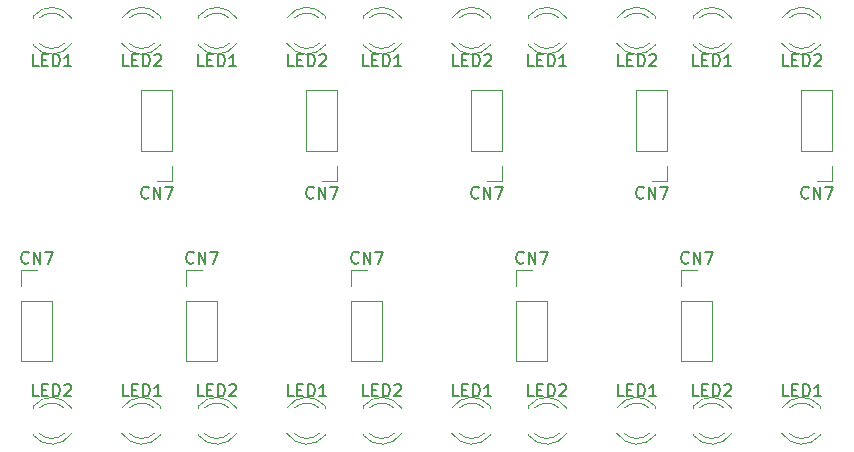
<source format=gbr>
%TF.GenerationSoftware,KiCad,Pcbnew,(5.1.10)-1*%
%TF.CreationDate,2022-10-12T21:43:39-04:00*%
%TF.ProjectId,1581-improved-ledpcb,31353831-2d69-46d7-9072-6f7665642d6c,2*%
%TF.SameCoordinates,Original*%
%TF.FileFunction,Legend,Top*%
%TF.FilePolarity,Positive*%
%FSLAX46Y46*%
G04 Gerber Fmt 4.6, Leading zero omitted, Abs format (unit mm)*
G04 Created by KiCad (PCBNEW (5.1.10)-1) date 2022-10-12 21:43:39*
%MOMM*%
%LPD*%
G01*
G04 APERTURE LIST*
%ADD10C,0.120000*%
%ADD11C,0.150000*%
G04 APERTURE END LIST*
D10*
%TO.C,LED2*%
X176240000Y-109254000D02*
X176240000Y-109410000D01*
X176240000Y-111570000D02*
X176240000Y-111726000D01*
X179472335Y-109411392D02*
G75*
G03*
X176240000Y-109254484I-1672335J-1078608D01*
G01*
X179472335Y-111568608D02*
G75*
G02*
X176240000Y-111725516I-1672335J1078608D01*
G01*
X178841130Y-109410163D02*
G75*
G03*
X176759039Y-109410000I-1041130J-1079837D01*
G01*
X178841130Y-111569837D02*
G75*
G02*
X176759039Y-111570000I-1041130J1079837D01*
G01*
%TO.C,LED1*%
X186980000Y-109410000D02*
X186980000Y-109254000D01*
X186980000Y-111726000D02*
X186980000Y-111570000D01*
X184378870Y-109410163D02*
G75*
G02*
X186460961Y-109410000I1041130J-1079837D01*
G01*
X184378870Y-111569837D02*
G75*
G03*
X186460961Y-111570000I1041130J1079837D01*
G01*
X183747665Y-109411392D02*
G75*
G02*
X186980000Y-109254484I1672335J-1078608D01*
G01*
X183747665Y-111568608D02*
G75*
G03*
X186980000Y-111725516I1672335J1078608D01*
G01*
%TO.C,CN7*%
X175200000Y-97730000D02*
X176530000Y-97730000D01*
X175200000Y-99060000D02*
X175200000Y-97730000D01*
X175200000Y-100330000D02*
X177860000Y-100330000D01*
X177860000Y-100330000D02*
X177860000Y-105470000D01*
X175200000Y-100330000D02*
X175200000Y-105470000D01*
X175200000Y-105470000D02*
X177860000Y-105470000D01*
%TO.C,LED2*%
X162270000Y-109254000D02*
X162270000Y-109410000D01*
X162270000Y-111570000D02*
X162270000Y-111726000D01*
X165502335Y-109411392D02*
G75*
G03*
X162270000Y-109254484I-1672335J-1078608D01*
G01*
X165502335Y-111568608D02*
G75*
G02*
X162270000Y-111725516I-1672335J1078608D01*
G01*
X164871130Y-109410163D02*
G75*
G03*
X162789039Y-109410000I-1041130J-1079837D01*
G01*
X164871130Y-111569837D02*
G75*
G02*
X162789039Y-111570000I-1041130J1079837D01*
G01*
%TO.C,LED1*%
X173010000Y-109410000D02*
X173010000Y-109254000D01*
X173010000Y-111726000D02*
X173010000Y-111570000D01*
X170408870Y-109410163D02*
G75*
G02*
X172490961Y-109410000I1041130J-1079837D01*
G01*
X170408870Y-111569837D02*
G75*
G03*
X172490961Y-111570000I1041130J1079837D01*
G01*
X169777665Y-109411392D02*
G75*
G02*
X173010000Y-109254484I1672335J-1078608D01*
G01*
X169777665Y-111568608D02*
G75*
G03*
X173010000Y-111725516I1672335J1078608D01*
G01*
%TO.C,CN7*%
X161230000Y-97730000D02*
X162560000Y-97730000D01*
X161230000Y-99060000D02*
X161230000Y-97730000D01*
X161230000Y-100330000D02*
X163890000Y-100330000D01*
X163890000Y-100330000D02*
X163890000Y-105470000D01*
X161230000Y-100330000D02*
X161230000Y-105470000D01*
X161230000Y-105470000D02*
X163890000Y-105470000D01*
%TO.C,LED2*%
X148300000Y-109254000D02*
X148300000Y-109410000D01*
X148300000Y-111570000D02*
X148300000Y-111726000D01*
X151532335Y-109411392D02*
G75*
G03*
X148300000Y-109254484I-1672335J-1078608D01*
G01*
X151532335Y-111568608D02*
G75*
G02*
X148300000Y-111725516I-1672335J1078608D01*
G01*
X150901130Y-109410163D02*
G75*
G03*
X148819039Y-109410000I-1041130J-1079837D01*
G01*
X150901130Y-111569837D02*
G75*
G02*
X148819039Y-111570000I-1041130J1079837D01*
G01*
%TO.C,LED1*%
X159040000Y-109410000D02*
X159040000Y-109254000D01*
X159040000Y-111726000D02*
X159040000Y-111570000D01*
X156438870Y-109410163D02*
G75*
G02*
X158520961Y-109410000I1041130J-1079837D01*
G01*
X156438870Y-111569837D02*
G75*
G03*
X158520961Y-111570000I1041130J1079837D01*
G01*
X155807665Y-109411392D02*
G75*
G02*
X159040000Y-109254484I1672335J-1078608D01*
G01*
X155807665Y-111568608D02*
G75*
G03*
X159040000Y-111725516I1672335J1078608D01*
G01*
%TO.C,CN7*%
X147260000Y-97730000D02*
X148590000Y-97730000D01*
X147260000Y-99060000D02*
X147260000Y-97730000D01*
X147260000Y-100330000D02*
X149920000Y-100330000D01*
X149920000Y-100330000D02*
X149920000Y-105470000D01*
X147260000Y-100330000D02*
X147260000Y-105470000D01*
X147260000Y-105470000D02*
X149920000Y-105470000D01*
%TO.C,LED2*%
X134330000Y-109254000D02*
X134330000Y-109410000D01*
X134330000Y-111570000D02*
X134330000Y-111726000D01*
X137562335Y-109411392D02*
G75*
G03*
X134330000Y-109254484I-1672335J-1078608D01*
G01*
X137562335Y-111568608D02*
G75*
G02*
X134330000Y-111725516I-1672335J1078608D01*
G01*
X136931130Y-109410163D02*
G75*
G03*
X134849039Y-109410000I-1041130J-1079837D01*
G01*
X136931130Y-111569837D02*
G75*
G02*
X134849039Y-111570000I-1041130J1079837D01*
G01*
%TO.C,LED1*%
X145070000Y-109410000D02*
X145070000Y-109254000D01*
X145070000Y-111726000D02*
X145070000Y-111570000D01*
X142468870Y-109410163D02*
G75*
G02*
X144550961Y-109410000I1041130J-1079837D01*
G01*
X142468870Y-111569837D02*
G75*
G03*
X144550961Y-111570000I1041130J1079837D01*
G01*
X141837665Y-109411392D02*
G75*
G02*
X145070000Y-109254484I1672335J-1078608D01*
G01*
X141837665Y-111568608D02*
G75*
G03*
X145070000Y-111725516I1672335J1078608D01*
G01*
%TO.C,CN7*%
X133290000Y-97730000D02*
X134620000Y-97730000D01*
X133290000Y-99060000D02*
X133290000Y-97730000D01*
X133290000Y-100330000D02*
X135950000Y-100330000D01*
X135950000Y-100330000D02*
X135950000Y-105470000D01*
X133290000Y-100330000D02*
X133290000Y-105470000D01*
X133290000Y-105470000D02*
X135950000Y-105470000D01*
%TO.C,LED2*%
X120360000Y-109254000D02*
X120360000Y-109410000D01*
X120360000Y-111570000D02*
X120360000Y-111726000D01*
X123592335Y-109411392D02*
G75*
G03*
X120360000Y-109254484I-1672335J-1078608D01*
G01*
X123592335Y-111568608D02*
G75*
G02*
X120360000Y-111725516I-1672335J1078608D01*
G01*
X122961130Y-109410163D02*
G75*
G03*
X120879039Y-109410000I-1041130J-1079837D01*
G01*
X122961130Y-111569837D02*
G75*
G02*
X120879039Y-111570000I-1041130J1079837D01*
G01*
%TO.C,LED1*%
X131100000Y-109410000D02*
X131100000Y-109254000D01*
X131100000Y-111726000D02*
X131100000Y-111570000D01*
X128498870Y-109410163D02*
G75*
G02*
X130580961Y-109410000I1041130J-1079837D01*
G01*
X128498870Y-111569837D02*
G75*
G03*
X130580961Y-111570000I1041130J1079837D01*
G01*
X127867665Y-109411392D02*
G75*
G02*
X131100000Y-109254484I1672335J-1078608D01*
G01*
X127867665Y-111568608D02*
G75*
G03*
X131100000Y-111725516I1672335J1078608D01*
G01*
%TO.C,CN7*%
X119320000Y-97730000D02*
X120650000Y-97730000D01*
X119320000Y-99060000D02*
X119320000Y-97730000D01*
X119320000Y-100330000D02*
X121980000Y-100330000D01*
X121980000Y-100330000D02*
X121980000Y-105470000D01*
X119320000Y-100330000D02*
X119320000Y-105470000D01*
X119320000Y-105470000D02*
X121980000Y-105470000D01*
%TO.C,LED2*%
X186980000Y-78706000D02*
X186980000Y-78550000D01*
X186980000Y-76390000D02*
X186980000Y-76234000D01*
X183747665Y-78548608D02*
G75*
G03*
X186980000Y-78705516I1672335J1078608D01*
G01*
X183747665Y-76391392D02*
G75*
G02*
X186980000Y-76234484I1672335J-1078608D01*
G01*
X184378870Y-78549837D02*
G75*
G03*
X186460961Y-78550000I1041130J1079837D01*
G01*
X184378870Y-76390163D02*
G75*
G02*
X186460961Y-76390000I1041130J-1079837D01*
G01*
%TO.C,LED1*%
X176240000Y-78550000D02*
X176240000Y-78706000D01*
X176240000Y-76234000D02*
X176240000Y-76390000D01*
X178841130Y-78549837D02*
G75*
G02*
X176759039Y-78550000I-1041130J1079837D01*
G01*
X178841130Y-76390163D02*
G75*
G03*
X176759039Y-76390000I-1041130J-1079837D01*
G01*
X179472335Y-78548608D02*
G75*
G02*
X176240000Y-78705516I-1672335J1078608D01*
G01*
X179472335Y-76391392D02*
G75*
G03*
X176240000Y-76234484I-1672335J-1078608D01*
G01*
%TO.C,CN7*%
X188020000Y-90230000D02*
X186690000Y-90230000D01*
X188020000Y-88900000D02*
X188020000Y-90230000D01*
X188020000Y-87630000D02*
X185360000Y-87630000D01*
X185360000Y-87630000D02*
X185360000Y-82490000D01*
X188020000Y-87630000D02*
X188020000Y-82490000D01*
X188020000Y-82490000D02*
X185360000Y-82490000D01*
%TO.C,LED2*%
X173010000Y-78706000D02*
X173010000Y-78550000D01*
X173010000Y-76390000D02*
X173010000Y-76234000D01*
X169777665Y-78548608D02*
G75*
G03*
X173010000Y-78705516I1672335J1078608D01*
G01*
X169777665Y-76391392D02*
G75*
G02*
X173010000Y-76234484I1672335J-1078608D01*
G01*
X170408870Y-78549837D02*
G75*
G03*
X172490961Y-78550000I1041130J1079837D01*
G01*
X170408870Y-76390163D02*
G75*
G02*
X172490961Y-76390000I1041130J-1079837D01*
G01*
%TO.C,LED1*%
X162270000Y-78550000D02*
X162270000Y-78706000D01*
X162270000Y-76234000D02*
X162270000Y-76390000D01*
X164871130Y-78549837D02*
G75*
G02*
X162789039Y-78550000I-1041130J1079837D01*
G01*
X164871130Y-76390163D02*
G75*
G03*
X162789039Y-76390000I-1041130J-1079837D01*
G01*
X165502335Y-78548608D02*
G75*
G02*
X162270000Y-78705516I-1672335J1078608D01*
G01*
X165502335Y-76391392D02*
G75*
G03*
X162270000Y-76234484I-1672335J-1078608D01*
G01*
%TO.C,CN7*%
X174050000Y-90230000D02*
X172720000Y-90230000D01*
X174050000Y-88900000D02*
X174050000Y-90230000D01*
X174050000Y-87630000D02*
X171390000Y-87630000D01*
X171390000Y-87630000D02*
X171390000Y-82490000D01*
X174050000Y-87630000D02*
X174050000Y-82490000D01*
X174050000Y-82490000D02*
X171390000Y-82490000D01*
%TO.C,LED2*%
X159040000Y-78706000D02*
X159040000Y-78550000D01*
X159040000Y-76390000D02*
X159040000Y-76234000D01*
X155807665Y-78548608D02*
G75*
G03*
X159040000Y-78705516I1672335J1078608D01*
G01*
X155807665Y-76391392D02*
G75*
G02*
X159040000Y-76234484I1672335J-1078608D01*
G01*
X156438870Y-78549837D02*
G75*
G03*
X158520961Y-78550000I1041130J1079837D01*
G01*
X156438870Y-76390163D02*
G75*
G02*
X158520961Y-76390000I1041130J-1079837D01*
G01*
%TO.C,LED1*%
X148300000Y-78550000D02*
X148300000Y-78706000D01*
X148300000Y-76234000D02*
X148300000Y-76390000D01*
X150901130Y-78549837D02*
G75*
G02*
X148819039Y-78550000I-1041130J1079837D01*
G01*
X150901130Y-76390163D02*
G75*
G03*
X148819039Y-76390000I-1041130J-1079837D01*
G01*
X151532335Y-78548608D02*
G75*
G02*
X148300000Y-78705516I-1672335J1078608D01*
G01*
X151532335Y-76391392D02*
G75*
G03*
X148300000Y-76234484I-1672335J-1078608D01*
G01*
%TO.C,CN7*%
X160080000Y-90230000D02*
X158750000Y-90230000D01*
X160080000Y-88900000D02*
X160080000Y-90230000D01*
X160080000Y-87630000D02*
X157420000Y-87630000D01*
X157420000Y-87630000D02*
X157420000Y-82490000D01*
X160080000Y-87630000D02*
X160080000Y-82490000D01*
X160080000Y-82490000D02*
X157420000Y-82490000D01*
%TO.C,LED2*%
X145070000Y-78706000D02*
X145070000Y-78550000D01*
X145070000Y-76390000D02*
X145070000Y-76234000D01*
X141837665Y-78548608D02*
G75*
G03*
X145070000Y-78705516I1672335J1078608D01*
G01*
X141837665Y-76391392D02*
G75*
G02*
X145070000Y-76234484I1672335J-1078608D01*
G01*
X142468870Y-78549837D02*
G75*
G03*
X144550961Y-78550000I1041130J1079837D01*
G01*
X142468870Y-76390163D02*
G75*
G02*
X144550961Y-76390000I1041130J-1079837D01*
G01*
%TO.C,LED1*%
X134330000Y-78550000D02*
X134330000Y-78706000D01*
X134330000Y-76234000D02*
X134330000Y-76390000D01*
X136931130Y-78549837D02*
G75*
G02*
X134849039Y-78550000I-1041130J1079837D01*
G01*
X136931130Y-76390163D02*
G75*
G03*
X134849039Y-76390000I-1041130J-1079837D01*
G01*
X137562335Y-78548608D02*
G75*
G02*
X134330000Y-78705516I-1672335J1078608D01*
G01*
X137562335Y-76391392D02*
G75*
G03*
X134330000Y-76234484I-1672335J-1078608D01*
G01*
%TO.C,CN7*%
X146110000Y-90230000D02*
X144780000Y-90230000D01*
X146110000Y-88900000D02*
X146110000Y-90230000D01*
X146110000Y-87630000D02*
X143450000Y-87630000D01*
X143450000Y-87630000D02*
X143450000Y-82490000D01*
X146110000Y-87630000D02*
X146110000Y-82490000D01*
X146110000Y-82490000D02*
X143450000Y-82490000D01*
X132140000Y-90230000D02*
X130810000Y-90230000D01*
X132140000Y-88900000D02*
X132140000Y-90230000D01*
X132140000Y-87630000D02*
X129480000Y-87630000D01*
X129480000Y-87630000D02*
X129480000Y-82490000D01*
X132140000Y-87630000D02*
X132140000Y-82490000D01*
X132140000Y-82490000D02*
X129480000Y-82490000D01*
%TO.C,LED1*%
X120360000Y-78550000D02*
X120360000Y-78706000D01*
X120360000Y-76234000D02*
X120360000Y-76390000D01*
X123592335Y-76391392D02*
G75*
G03*
X120360000Y-76234484I-1672335J-1078608D01*
G01*
X123592335Y-78548608D02*
G75*
G02*
X120360000Y-78705516I-1672335J1078608D01*
G01*
X122961130Y-76390163D02*
G75*
G03*
X120879039Y-76390000I-1041130J-1079837D01*
G01*
X122961130Y-78549837D02*
G75*
G02*
X120879039Y-78550000I-1041130J1079837D01*
G01*
%TO.C,LED2*%
X131100000Y-78706000D02*
X131100000Y-78550000D01*
X131100000Y-76390000D02*
X131100000Y-76234000D01*
X128498870Y-76390163D02*
G75*
G02*
X130580961Y-76390000I1041130J-1079837D01*
G01*
X128498870Y-78549837D02*
G75*
G03*
X130580961Y-78550000I1041130J1079837D01*
G01*
X127867665Y-76391392D02*
G75*
G02*
X131100000Y-76234484I1672335J-1078608D01*
G01*
X127867665Y-78548608D02*
G75*
G03*
X131100000Y-78705516I1672335J1078608D01*
G01*
D11*
X176680952Y-108402380D02*
X176204761Y-108402380D01*
X176204761Y-107402380D01*
X177014285Y-107878571D02*
X177347619Y-107878571D01*
X177490476Y-108402380D02*
X177014285Y-108402380D01*
X177014285Y-107402380D01*
X177490476Y-107402380D01*
X177919047Y-108402380D02*
X177919047Y-107402380D01*
X178157142Y-107402380D01*
X178300000Y-107450000D01*
X178395238Y-107545238D01*
X178442857Y-107640476D01*
X178490476Y-107830952D01*
X178490476Y-107973809D01*
X178442857Y-108164285D01*
X178395238Y-108259523D01*
X178300000Y-108354761D01*
X178157142Y-108402380D01*
X177919047Y-108402380D01*
X178871428Y-107497619D02*
X178919047Y-107450000D01*
X179014285Y-107402380D01*
X179252380Y-107402380D01*
X179347619Y-107450000D01*
X179395238Y-107497619D01*
X179442857Y-107592857D01*
X179442857Y-107688095D01*
X179395238Y-107830952D01*
X178823809Y-108402380D01*
X179442857Y-108402380D01*
%TO.C,LED1*%
X184300952Y-108402380D02*
X183824761Y-108402380D01*
X183824761Y-107402380D01*
X184634285Y-107878571D02*
X184967619Y-107878571D01*
X185110476Y-108402380D02*
X184634285Y-108402380D01*
X184634285Y-107402380D01*
X185110476Y-107402380D01*
X185539047Y-108402380D02*
X185539047Y-107402380D01*
X185777142Y-107402380D01*
X185920000Y-107450000D01*
X186015238Y-107545238D01*
X186062857Y-107640476D01*
X186110476Y-107830952D01*
X186110476Y-107973809D01*
X186062857Y-108164285D01*
X186015238Y-108259523D01*
X185920000Y-108354761D01*
X185777142Y-108402380D01*
X185539047Y-108402380D01*
X187062857Y-108402380D02*
X186491428Y-108402380D01*
X186777142Y-108402380D02*
X186777142Y-107402380D01*
X186681904Y-107545238D01*
X186586666Y-107640476D01*
X186491428Y-107688095D01*
%TO.C,CN7*%
X175839523Y-97087142D02*
X175791904Y-97134761D01*
X175649047Y-97182380D01*
X175553809Y-97182380D01*
X175410952Y-97134761D01*
X175315714Y-97039523D01*
X175268095Y-96944285D01*
X175220476Y-96753809D01*
X175220476Y-96610952D01*
X175268095Y-96420476D01*
X175315714Y-96325238D01*
X175410952Y-96230000D01*
X175553809Y-96182380D01*
X175649047Y-96182380D01*
X175791904Y-96230000D01*
X175839523Y-96277619D01*
X176268095Y-97182380D02*
X176268095Y-96182380D01*
X176839523Y-97182380D01*
X176839523Y-96182380D01*
X177220476Y-96182380D02*
X177887142Y-96182380D01*
X177458571Y-97182380D01*
%TO.C,LED2*%
X162710952Y-108402380D02*
X162234761Y-108402380D01*
X162234761Y-107402380D01*
X163044285Y-107878571D02*
X163377619Y-107878571D01*
X163520476Y-108402380D02*
X163044285Y-108402380D01*
X163044285Y-107402380D01*
X163520476Y-107402380D01*
X163949047Y-108402380D02*
X163949047Y-107402380D01*
X164187142Y-107402380D01*
X164330000Y-107450000D01*
X164425238Y-107545238D01*
X164472857Y-107640476D01*
X164520476Y-107830952D01*
X164520476Y-107973809D01*
X164472857Y-108164285D01*
X164425238Y-108259523D01*
X164330000Y-108354761D01*
X164187142Y-108402380D01*
X163949047Y-108402380D01*
X164901428Y-107497619D02*
X164949047Y-107450000D01*
X165044285Y-107402380D01*
X165282380Y-107402380D01*
X165377619Y-107450000D01*
X165425238Y-107497619D01*
X165472857Y-107592857D01*
X165472857Y-107688095D01*
X165425238Y-107830952D01*
X164853809Y-108402380D01*
X165472857Y-108402380D01*
%TO.C,LED1*%
X170330952Y-108402380D02*
X169854761Y-108402380D01*
X169854761Y-107402380D01*
X170664285Y-107878571D02*
X170997619Y-107878571D01*
X171140476Y-108402380D02*
X170664285Y-108402380D01*
X170664285Y-107402380D01*
X171140476Y-107402380D01*
X171569047Y-108402380D02*
X171569047Y-107402380D01*
X171807142Y-107402380D01*
X171950000Y-107450000D01*
X172045238Y-107545238D01*
X172092857Y-107640476D01*
X172140476Y-107830952D01*
X172140476Y-107973809D01*
X172092857Y-108164285D01*
X172045238Y-108259523D01*
X171950000Y-108354761D01*
X171807142Y-108402380D01*
X171569047Y-108402380D01*
X173092857Y-108402380D02*
X172521428Y-108402380D01*
X172807142Y-108402380D02*
X172807142Y-107402380D01*
X172711904Y-107545238D01*
X172616666Y-107640476D01*
X172521428Y-107688095D01*
%TO.C,CN7*%
X161869523Y-97087142D02*
X161821904Y-97134761D01*
X161679047Y-97182380D01*
X161583809Y-97182380D01*
X161440952Y-97134761D01*
X161345714Y-97039523D01*
X161298095Y-96944285D01*
X161250476Y-96753809D01*
X161250476Y-96610952D01*
X161298095Y-96420476D01*
X161345714Y-96325238D01*
X161440952Y-96230000D01*
X161583809Y-96182380D01*
X161679047Y-96182380D01*
X161821904Y-96230000D01*
X161869523Y-96277619D01*
X162298095Y-97182380D02*
X162298095Y-96182380D01*
X162869523Y-97182380D01*
X162869523Y-96182380D01*
X163250476Y-96182380D02*
X163917142Y-96182380D01*
X163488571Y-97182380D01*
%TO.C,LED2*%
X148740952Y-108402380D02*
X148264761Y-108402380D01*
X148264761Y-107402380D01*
X149074285Y-107878571D02*
X149407619Y-107878571D01*
X149550476Y-108402380D02*
X149074285Y-108402380D01*
X149074285Y-107402380D01*
X149550476Y-107402380D01*
X149979047Y-108402380D02*
X149979047Y-107402380D01*
X150217142Y-107402380D01*
X150360000Y-107450000D01*
X150455238Y-107545238D01*
X150502857Y-107640476D01*
X150550476Y-107830952D01*
X150550476Y-107973809D01*
X150502857Y-108164285D01*
X150455238Y-108259523D01*
X150360000Y-108354761D01*
X150217142Y-108402380D01*
X149979047Y-108402380D01*
X150931428Y-107497619D02*
X150979047Y-107450000D01*
X151074285Y-107402380D01*
X151312380Y-107402380D01*
X151407619Y-107450000D01*
X151455238Y-107497619D01*
X151502857Y-107592857D01*
X151502857Y-107688095D01*
X151455238Y-107830952D01*
X150883809Y-108402380D01*
X151502857Y-108402380D01*
%TO.C,LED1*%
X156360952Y-108402380D02*
X155884761Y-108402380D01*
X155884761Y-107402380D01*
X156694285Y-107878571D02*
X157027619Y-107878571D01*
X157170476Y-108402380D02*
X156694285Y-108402380D01*
X156694285Y-107402380D01*
X157170476Y-107402380D01*
X157599047Y-108402380D02*
X157599047Y-107402380D01*
X157837142Y-107402380D01*
X157980000Y-107450000D01*
X158075238Y-107545238D01*
X158122857Y-107640476D01*
X158170476Y-107830952D01*
X158170476Y-107973809D01*
X158122857Y-108164285D01*
X158075238Y-108259523D01*
X157980000Y-108354761D01*
X157837142Y-108402380D01*
X157599047Y-108402380D01*
X159122857Y-108402380D02*
X158551428Y-108402380D01*
X158837142Y-108402380D02*
X158837142Y-107402380D01*
X158741904Y-107545238D01*
X158646666Y-107640476D01*
X158551428Y-107688095D01*
%TO.C,CN7*%
X147899523Y-97087142D02*
X147851904Y-97134761D01*
X147709047Y-97182380D01*
X147613809Y-97182380D01*
X147470952Y-97134761D01*
X147375714Y-97039523D01*
X147328095Y-96944285D01*
X147280476Y-96753809D01*
X147280476Y-96610952D01*
X147328095Y-96420476D01*
X147375714Y-96325238D01*
X147470952Y-96230000D01*
X147613809Y-96182380D01*
X147709047Y-96182380D01*
X147851904Y-96230000D01*
X147899523Y-96277619D01*
X148328095Y-97182380D02*
X148328095Y-96182380D01*
X148899523Y-97182380D01*
X148899523Y-96182380D01*
X149280476Y-96182380D02*
X149947142Y-96182380D01*
X149518571Y-97182380D01*
%TO.C,LED2*%
X134770952Y-108402380D02*
X134294761Y-108402380D01*
X134294761Y-107402380D01*
X135104285Y-107878571D02*
X135437619Y-107878571D01*
X135580476Y-108402380D02*
X135104285Y-108402380D01*
X135104285Y-107402380D01*
X135580476Y-107402380D01*
X136009047Y-108402380D02*
X136009047Y-107402380D01*
X136247142Y-107402380D01*
X136390000Y-107450000D01*
X136485238Y-107545238D01*
X136532857Y-107640476D01*
X136580476Y-107830952D01*
X136580476Y-107973809D01*
X136532857Y-108164285D01*
X136485238Y-108259523D01*
X136390000Y-108354761D01*
X136247142Y-108402380D01*
X136009047Y-108402380D01*
X136961428Y-107497619D02*
X137009047Y-107450000D01*
X137104285Y-107402380D01*
X137342380Y-107402380D01*
X137437619Y-107450000D01*
X137485238Y-107497619D01*
X137532857Y-107592857D01*
X137532857Y-107688095D01*
X137485238Y-107830952D01*
X136913809Y-108402380D01*
X137532857Y-108402380D01*
%TO.C,LED1*%
X142390952Y-108402380D02*
X141914761Y-108402380D01*
X141914761Y-107402380D01*
X142724285Y-107878571D02*
X143057619Y-107878571D01*
X143200476Y-108402380D02*
X142724285Y-108402380D01*
X142724285Y-107402380D01*
X143200476Y-107402380D01*
X143629047Y-108402380D02*
X143629047Y-107402380D01*
X143867142Y-107402380D01*
X144010000Y-107450000D01*
X144105238Y-107545238D01*
X144152857Y-107640476D01*
X144200476Y-107830952D01*
X144200476Y-107973809D01*
X144152857Y-108164285D01*
X144105238Y-108259523D01*
X144010000Y-108354761D01*
X143867142Y-108402380D01*
X143629047Y-108402380D01*
X145152857Y-108402380D02*
X144581428Y-108402380D01*
X144867142Y-108402380D02*
X144867142Y-107402380D01*
X144771904Y-107545238D01*
X144676666Y-107640476D01*
X144581428Y-107688095D01*
%TO.C,CN7*%
X133929523Y-97087142D02*
X133881904Y-97134761D01*
X133739047Y-97182380D01*
X133643809Y-97182380D01*
X133500952Y-97134761D01*
X133405714Y-97039523D01*
X133358095Y-96944285D01*
X133310476Y-96753809D01*
X133310476Y-96610952D01*
X133358095Y-96420476D01*
X133405714Y-96325238D01*
X133500952Y-96230000D01*
X133643809Y-96182380D01*
X133739047Y-96182380D01*
X133881904Y-96230000D01*
X133929523Y-96277619D01*
X134358095Y-97182380D02*
X134358095Y-96182380D01*
X134929523Y-97182380D01*
X134929523Y-96182380D01*
X135310476Y-96182380D02*
X135977142Y-96182380D01*
X135548571Y-97182380D01*
%TO.C,LED2*%
X120800952Y-108402380D02*
X120324761Y-108402380D01*
X120324761Y-107402380D01*
X121134285Y-107878571D02*
X121467619Y-107878571D01*
X121610476Y-108402380D02*
X121134285Y-108402380D01*
X121134285Y-107402380D01*
X121610476Y-107402380D01*
X122039047Y-108402380D02*
X122039047Y-107402380D01*
X122277142Y-107402380D01*
X122420000Y-107450000D01*
X122515238Y-107545238D01*
X122562857Y-107640476D01*
X122610476Y-107830952D01*
X122610476Y-107973809D01*
X122562857Y-108164285D01*
X122515238Y-108259523D01*
X122420000Y-108354761D01*
X122277142Y-108402380D01*
X122039047Y-108402380D01*
X122991428Y-107497619D02*
X123039047Y-107450000D01*
X123134285Y-107402380D01*
X123372380Y-107402380D01*
X123467619Y-107450000D01*
X123515238Y-107497619D01*
X123562857Y-107592857D01*
X123562857Y-107688095D01*
X123515238Y-107830952D01*
X122943809Y-108402380D01*
X123562857Y-108402380D01*
%TO.C,LED1*%
X128420952Y-108402380D02*
X127944761Y-108402380D01*
X127944761Y-107402380D01*
X128754285Y-107878571D02*
X129087619Y-107878571D01*
X129230476Y-108402380D02*
X128754285Y-108402380D01*
X128754285Y-107402380D01*
X129230476Y-107402380D01*
X129659047Y-108402380D02*
X129659047Y-107402380D01*
X129897142Y-107402380D01*
X130040000Y-107450000D01*
X130135238Y-107545238D01*
X130182857Y-107640476D01*
X130230476Y-107830952D01*
X130230476Y-107973809D01*
X130182857Y-108164285D01*
X130135238Y-108259523D01*
X130040000Y-108354761D01*
X129897142Y-108402380D01*
X129659047Y-108402380D01*
X131182857Y-108402380D02*
X130611428Y-108402380D01*
X130897142Y-108402380D02*
X130897142Y-107402380D01*
X130801904Y-107545238D01*
X130706666Y-107640476D01*
X130611428Y-107688095D01*
%TO.C,CN7*%
X119959523Y-97087142D02*
X119911904Y-97134761D01*
X119769047Y-97182380D01*
X119673809Y-97182380D01*
X119530952Y-97134761D01*
X119435714Y-97039523D01*
X119388095Y-96944285D01*
X119340476Y-96753809D01*
X119340476Y-96610952D01*
X119388095Y-96420476D01*
X119435714Y-96325238D01*
X119530952Y-96230000D01*
X119673809Y-96182380D01*
X119769047Y-96182380D01*
X119911904Y-96230000D01*
X119959523Y-96277619D01*
X120388095Y-97182380D02*
X120388095Y-96182380D01*
X120959523Y-97182380D01*
X120959523Y-96182380D01*
X121340476Y-96182380D02*
X122007142Y-96182380D01*
X121578571Y-97182380D01*
%TO.C,LED2*%
X184300952Y-80462380D02*
X183824761Y-80462380D01*
X183824761Y-79462380D01*
X184634285Y-79938571D02*
X184967619Y-79938571D01*
X185110476Y-80462380D02*
X184634285Y-80462380D01*
X184634285Y-79462380D01*
X185110476Y-79462380D01*
X185539047Y-80462380D02*
X185539047Y-79462380D01*
X185777142Y-79462380D01*
X185920000Y-79510000D01*
X186015238Y-79605238D01*
X186062857Y-79700476D01*
X186110476Y-79890952D01*
X186110476Y-80033809D01*
X186062857Y-80224285D01*
X186015238Y-80319523D01*
X185920000Y-80414761D01*
X185777142Y-80462380D01*
X185539047Y-80462380D01*
X186491428Y-79557619D02*
X186539047Y-79510000D01*
X186634285Y-79462380D01*
X186872380Y-79462380D01*
X186967619Y-79510000D01*
X187015238Y-79557619D01*
X187062857Y-79652857D01*
X187062857Y-79748095D01*
X187015238Y-79890952D01*
X186443809Y-80462380D01*
X187062857Y-80462380D01*
%TO.C,LED1*%
X176680952Y-80462380D02*
X176204761Y-80462380D01*
X176204761Y-79462380D01*
X177014285Y-79938571D02*
X177347619Y-79938571D01*
X177490476Y-80462380D02*
X177014285Y-80462380D01*
X177014285Y-79462380D01*
X177490476Y-79462380D01*
X177919047Y-80462380D02*
X177919047Y-79462380D01*
X178157142Y-79462380D01*
X178300000Y-79510000D01*
X178395238Y-79605238D01*
X178442857Y-79700476D01*
X178490476Y-79890952D01*
X178490476Y-80033809D01*
X178442857Y-80224285D01*
X178395238Y-80319523D01*
X178300000Y-80414761D01*
X178157142Y-80462380D01*
X177919047Y-80462380D01*
X179442857Y-80462380D02*
X178871428Y-80462380D01*
X179157142Y-80462380D02*
X179157142Y-79462380D01*
X179061904Y-79605238D01*
X178966666Y-79700476D01*
X178871428Y-79748095D01*
%TO.C,CN7*%
X185999523Y-91587142D02*
X185951904Y-91634761D01*
X185809047Y-91682380D01*
X185713809Y-91682380D01*
X185570952Y-91634761D01*
X185475714Y-91539523D01*
X185428095Y-91444285D01*
X185380476Y-91253809D01*
X185380476Y-91110952D01*
X185428095Y-90920476D01*
X185475714Y-90825238D01*
X185570952Y-90730000D01*
X185713809Y-90682380D01*
X185809047Y-90682380D01*
X185951904Y-90730000D01*
X185999523Y-90777619D01*
X186428095Y-91682380D02*
X186428095Y-90682380D01*
X186999523Y-91682380D01*
X186999523Y-90682380D01*
X187380476Y-90682380D02*
X188047142Y-90682380D01*
X187618571Y-91682380D01*
%TO.C,LED2*%
X170330952Y-80462380D02*
X169854761Y-80462380D01*
X169854761Y-79462380D01*
X170664285Y-79938571D02*
X170997619Y-79938571D01*
X171140476Y-80462380D02*
X170664285Y-80462380D01*
X170664285Y-79462380D01*
X171140476Y-79462380D01*
X171569047Y-80462380D02*
X171569047Y-79462380D01*
X171807142Y-79462380D01*
X171950000Y-79510000D01*
X172045238Y-79605238D01*
X172092857Y-79700476D01*
X172140476Y-79890952D01*
X172140476Y-80033809D01*
X172092857Y-80224285D01*
X172045238Y-80319523D01*
X171950000Y-80414761D01*
X171807142Y-80462380D01*
X171569047Y-80462380D01*
X172521428Y-79557619D02*
X172569047Y-79510000D01*
X172664285Y-79462380D01*
X172902380Y-79462380D01*
X172997619Y-79510000D01*
X173045238Y-79557619D01*
X173092857Y-79652857D01*
X173092857Y-79748095D01*
X173045238Y-79890952D01*
X172473809Y-80462380D01*
X173092857Y-80462380D01*
%TO.C,LED1*%
X162710952Y-80462380D02*
X162234761Y-80462380D01*
X162234761Y-79462380D01*
X163044285Y-79938571D02*
X163377619Y-79938571D01*
X163520476Y-80462380D02*
X163044285Y-80462380D01*
X163044285Y-79462380D01*
X163520476Y-79462380D01*
X163949047Y-80462380D02*
X163949047Y-79462380D01*
X164187142Y-79462380D01*
X164330000Y-79510000D01*
X164425238Y-79605238D01*
X164472857Y-79700476D01*
X164520476Y-79890952D01*
X164520476Y-80033809D01*
X164472857Y-80224285D01*
X164425238Y-80319523D01*
X164330000Y-80414761D01*
X164187142Y-80462380D01*
X163949047Y-80462380D01*
X165472857Y-80462380D02*
X164901428Y-80462380D01*
X165187142Y-80462380D02*
X165187142Y-79462380D01*
X165091904Y-79605238D01*
X164996666Y-79700476D01*
X164901428Y-79748095D01*
%TO.C,CN7*%
X172029523Y-91587142D02*
X171981904Y-91634761D01*
X171839047Y-91682380D01*
X171743809Y-91682380D01*
X171600952Y-91634761D01*
X171505714Y-91539523D01*
X171458095Y-91444285D01*
X171410476Y-91253809D01*
X171410476Y-91110952D01*
X171458095Y-90920476D01*
X171505714Y-90825238D01*
X171600952Y-90730000D01*
X171743809Y-90682380D01*
X171839047Y-90682380D01*
X171981904Y-90730000D01*
X172029523Y-90777619D01*
X172458095Y-91682380D02*
X172458095Y-90682380D01*
X173029523Y-91682380D01*
X173029523Y-90682380D01*
X173410476Y-90682380D02*
X174077142Y-90682380D01*
X173648571Y-91682380D01*
%TO.C,LED2*%
X156360952Y-80462380D02*
X155884761Y-80462380D01*
X155884761Y-79462380D01*
X156694285Y-79938571D02*
X157027619Y-79938571D01*
X157170476Y-80462380D02*
X156694285Y-80462380D01*
X156694285Y-79462380D01*
X157170476Y-79462380D01*
X157599047Y-80462380D02*
X157599047Y-79462380D01*
X157837142Y-79462380D01*
X157980000Y-79510000D01*
X158075238Y-79605238D01*
X158122857Y-79700476D01*
X158170476Y-79890952D01*
X158170476Y-80033809D01*
X158122857Y-80224285D01*
X158075238Y-80319523D01*
X157980000Y-80414761D01*
X157837142Y-80462380D01*
X157599047Y-80462380D01*
X158551428Y-79557619D02*
X158599047Y-79510000D01*
X158694285Y-79462380D01*
X158932380Y-79462380D01*
X159027619Y-79510000D01*
X159075238Y-79557619D01*
X159122857Y-79652857D01*
X159122857Y-79748095D01*
X159075238Y-79890952D01*
X158503809Y-80462380D01*
X159122857Y-80462380D01*
%TO.C,LED1*%
X148740952Y-80462380D02*
X148264761Y-80462380D01*
X148264761Y-79462380D01*
X149074285Y-79938571D02*
X149407619Y-79938571D01*
X149550476Y-80462380D02*
X149074285Y-80462380D01*
X149074285Y-79462380D01*
X149550476Y-79462380D01*
X149979047Y-80462380D02*
X149979047Y-79462380D01*
X150217142Y-79462380D01*
X150360000Y-79510000D01*
X150455238Y-79605238D01*
X150502857Y-79700476D01*
X150550476Y-79890952D01*
X150550476Y-80033809D01*
X150502857Y-80224285D01*
X150455238Y-80319523D01*
X150360000Y-80414761D01*
X150217142Y-80462380D01*
X149979047Y-80462380D01*
X151502857Y-80462380D02*
X150931428Y-80462380D01*
X151217142Y-80462380D02*
X151217142Y-79462380D01*
X151121904Y-79605238D01*
X151026666Y-79700476D01*
X150931428Y-79748095D01*
%TO.C,CN7*%
X158059523Y-91587142D02*
X158011904Y-91634761D01*
X157869047Y-91682380D01*
X157773809Y-91682380D01*
X157630952Y-91634761D01*
X157535714Y-91539523D01*
X157488095Y-91444285D01*
X157440476Y-91253809D01*
X157440476Y-91110952D01*
X157488095Y-90920476D01*
X157535714Y-90825238D01*
X157630952Y-90730000D01*
X157773809Y-90682380D01*
X157869047Y-90682380D01*
X158011904Y-90730000D01*
X158059523Y-90777619D01*
X158488095Y-91682380D02*
X158488095Y-90682380D01*
X159059523Y-91682380D01*
X159059523Y-90682380D01*
X159440476Y-90682380D02*
X160107142Y-90682380D01*
X159678571Y-91682380D01*
%TO.C,LED2*%
X142390952Y-80462380D02*
X141914761Y-80462380D01*
X141914761Y-79462380D01*
X142724285Y-79938571D02*
X143057619Y-79938571D01*
X143200476Y-80462380D02*
X142724285Y-80462380D01*
X142724285Y-79462380D01*
X143200476Y-79462380D01*
X143629047Y-80462380D02*
X143629047Y-79462380D01*
X143867142Y-79462380D01*
X144010000Y-79510000D01*
X144105238Y-79605238D01*
X144152857Y-79700476D01*
X144200476Y-79890952D01*
X144200476Y-80033809D01*
X144152857Y-80224285D01*
X144105238Y-80319523D01*
X144010000Y-80414761D01*
X143867142Y-80462380D01*
X143629047Y-80462380D01*
X144581428Y-79557619D02*
X144629047Y-79510000D01*
X144724285Y-79462380D01*
X144962380Y-79462380D01*
X145057619Y-79510000D01*
X145105238Y-79557619D01*
X145152857Y-79652857D01*
X145152857Y-79748095D01*
X145105238Y-79890952D01*
X144533809Y-80462380D01*
X145152857Y-80462380D01*
%TO.C,LED1*%
X134770952Y-80462380D02*
X134294761Y-80462380D01*
X134294761Y-79462380D01*
X135104285Y-79938571D02*
X135437619Y-79938571D01*
X135580476Y-80462380D02*
X135104285Y-80462380D01*
X135104285Y-79462380D01*
X135580476Y-79462380D01*
X136009047Y-80462380D02*
X136009047Y-79462380D01*
X136247142Y-79462380D01*
X136390000Y-79510000D01*
X136485238Y-79605238D01*
X136532857Y-79700476D01*
X136580476Y-79890952D01*
X136580476Y-80033809D01*
X136532857Y-80224285D01*
X136485238Y-80319523D01*
X136390000Y-80414761D01*
X136247142Y-80462380D01*
X136009047Y-80462380D01*
X137532857Y-80462380D02*
X136961428Y-80462380D01*
X137247142Y-80462380D02*
X137247142Y-79462380D01*
X137151904Y-79605238D01*
X137056666Y-79700476D01*
X136961428Y-79748095D01*
%TO.C,CN7*%
X144089523Y-91587142D02*
X144041904Y-91634761D01*
X143899047Y-91682380D01*
X143803809Y-91682380D01*
X143660952Y-91634761D01*
X143565714Y-91539523D01*
X143518095Y-91444285D01*
X143470476Y-91253809D01*
X143470476Y-91110952D01*
X143518095Y-90920476D01*
X143565714Y-90825238D01*
X143660952Y-90730000D01*
X143803809Y-90682380D01*
X143899047Y-90682380D01*
X144041904Y-90730000D01*
X144089523Y-90777619D01*
X144518095Y-91682380D02*
X144518095Y-90682380D01*
X145089523Y-91682380D01*
X145089523Y-90682380D01*
X145470476Y-90682380D02*
X146137142Y-90682380D01*
X145708571Y-91682380D01*
X130119523Y-91587142D02*
X130071904Y-91634761D01*
X129929047Y-91682380D01*
X129833809Y-91682380D01*
X129690952Y-91634761D01*
X129595714Y-91539523D01*
X129548095Y-91444285D01*
X129500476Y-91253809D01*
X129500476Y-91110952D01*
X129548095Y-90920476D01*
X129595714Y-90825238D01*
X129690952Y-90730000D01*
X129833809Y-90682380D01*
X129929047Y-90682380D01*
X130071904Y-90730000D01*
X130119523Y-90777619D01*
X130548095Y-91682380D02*
X130548095Y-90682380D01*
X131119523Y-91682380D01*
X131119523Y-90682380D01*
X131500476Y-90682380D02*
X132167142Y-90682380D01*
X131738571Y-91682380D01*
%TO.C,LED1*%
X120800952Y-80462380D02*
X120324761Y-80462380D01*
X120324761Y-79462380D01*
X121134285Y-79938571D02*
X121467619Y-79938571D01*
X121610476Y-80462380D02*
X121134285Y-80462380D01*
X121134285Y-79462380D01*
X121610476Y-79462380D01*
X122039047Y-80462380D02*
X122039047Y-79462380D01*
X122277142Y-79462380D01*
X122420000Y-79510000D01*
X122515238Y-79605238D01*
X122562857Y-79700476D01*
X122610476Y-79890952D01*
X122610476Y-80033809D01*
X122562857Y-80224285D01*
X122515238Y-80319523D01*
X122420000Y-80414761D01*
X122277142Y-80462380D01*
X122039047Y-80462380D01*
X123562857Y-80462380D02*
X122991428Y-80462380D01*
X123277142Y-80462380D02*
X123277142Y-79462380D01*
X123181904Y-79605238D01*
X123086666Y-79700476D01*
X122991428Y-79748095D01*
%TO.C,LED2*%
X128420952Y-80462380D02*
X127944761Y-80462380D01*
X127944761Y-79462380D01*
X128754285Y-79938571D02*
X129087619Y-79938571D01*
X129230476Y-80462380D02*
X128754285Y-80462380D01*
X128754285Y-79462380D01*
X129230476Y-79462380D01*
X129659047Y-80462380D02*
X129659047Y-79462380D01*
X129897142Y-79462380D01*
X130040000Y-79510000D01*
X130135238Y-79605238D01*
X130182857Y-79700476D01*
X130230476Y-79890952D01*
X130230476Y-80033809D01*
X130182857Y-80224285D01*
X130135238Y-80319523D01*
X130040000Y-80414761D01*
X129897142Y-80462380D01*
X129659047Y-80462380D01*
X130611428Y-79557619D02*
X130659047Y-79510000D01*
X130754285Y-79462380D01*
X130992380Y-79462380D01*
X131087619Y-79510000D01*
X131135238Y-79557619D01*
X131182857Y-79652857D01*
X131182857Y-79748095D01*
X131135238Y-79890952D01*
X130563809Y-80462380D01*
X131182857Y-80462380D01*
%TD*%
M02*

</source>
